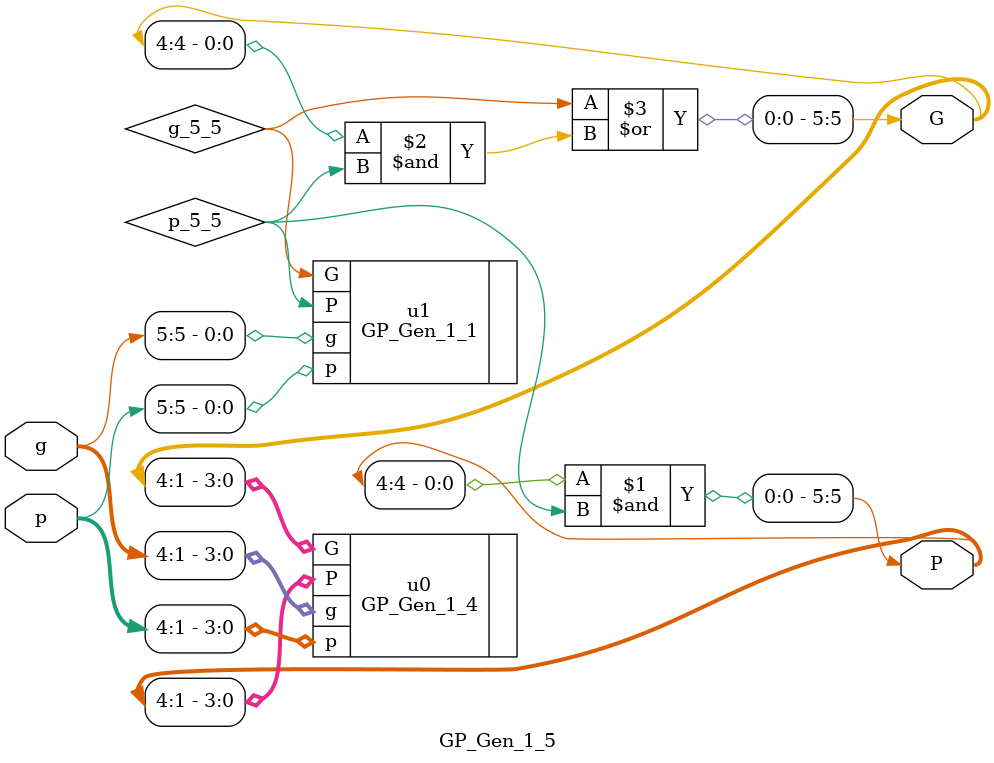
<source format=v>
module GP_Gen_1_5 #(
    parameter width=5
)( 
    input wire [width:1] p,
    input wire [width:1] g,
    output wire [width:1] P,
    output wire [width:1] G
);
    wire p_5_5;
    wire g_5_5;
    GP_Gen_1_4 #(.width(4)) u0 (.p(p[4:1]), .g(g[4:1]), .P(P[4:1]), .G(G[4:1]));
    GP_Gen_1_1 #(.width(1)) u1 (.p(p[5]), .g(g[5]), .P({p_5_5}), .G({g_5_5}));
    assign P[5] = P[4] & p_5_5;
    assign G[5] = g_5_5 | (G[4] & p_5_5);

endmodule

</source>
